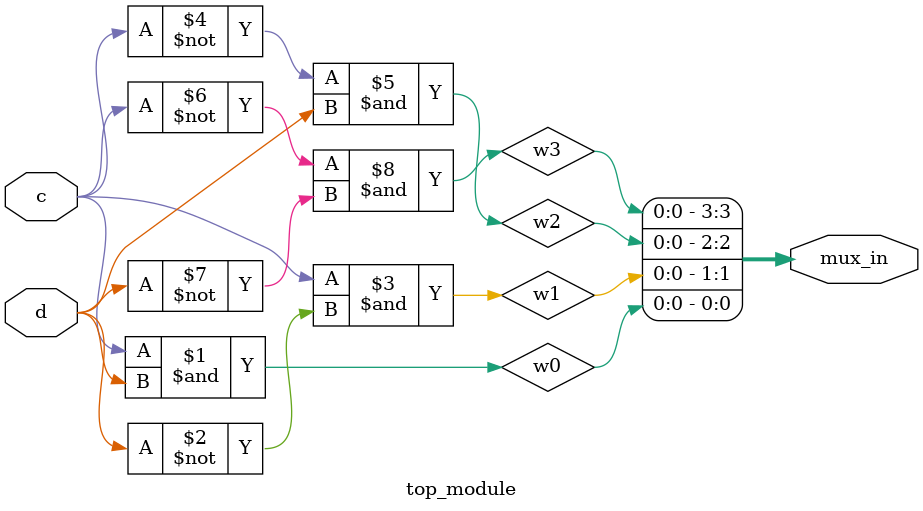
<source format=sv>
module top_module (
    input c,
    input d,
    output [3:0] mux_in
);

    wire w0, w1, w2, w3;

    and (w0, c, d);
    not (w0, w0);
    and (w1, c, ~d);
    and (w2, ~c, d);
    and (w3, ~c, ~d);

    assign mux_in[0] = ~w0;
    assign mux_in[1] = w1;
    assign mux_in[2] = w2;
    assign mux_in[3] = w3;

endmodule

</source>
